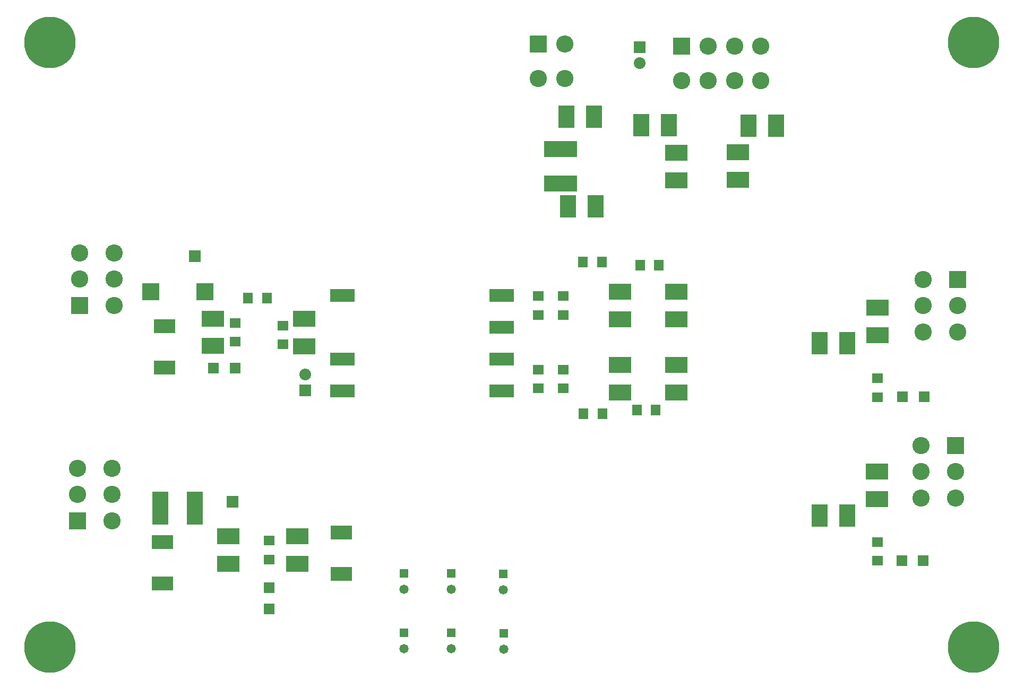
<source format=gts>
G04 Layer_Color=8388736*
%FSLAX44Y44*%
%MOMM*%
G71*
G01*
G75*
%ADD62R,3.4032X2.2032*%
%ADD63R,1.7272X1.7272*%
%ADD64R,2.7432X2.7432*%
%ADD65R,4.0132X2.1082*%
%ADD66R,5.3032X2.5032*%
%ADD67R,3.6032X2.5032*%
%ADD68R,1.7000X1.5000*%
%ADD69R,2.5032X5.3032*%
%ADD70R,1.7272X1.7272*%
%ADD71R,2.5032X3.6032*%
%ADD72R,1.5000X1.7000*%
%ADD73R,1.9812X1.9812*%
%ADD74C,1.4732*%
%ADD75R,1.4732X1.4732*%
%ADD76C,2.7432*%
%ADD77R,2.7432X2.7432*%
%ADD78R,1.8732X1.8732*%
%ADD79C,1.8732*%
%ADD80C,8.2000*%
D62*
X-1059400Y233440D02*
D03*
Y167360D02*
D03*
X-1341400Y496660D02*
D03*
Y562740D02*
D03*
X-1344400Y218440D02*
D03*
Y152360D02*
D03*
D63*
X-130110Y450400D02*
D03*
X-164400D02*
D03*
X-1263290Y496000D02*
D03*
X-1229000D02*
D03*
X-131110Y188400D02*
D03*
X-165400D02*
D03*
D64*
X-1276820Y618000D02*
D03*
X-1363180D02*
D03*
X-516400Y1009900D02*
D03*
X-745400Y1012900D02*
D03*
D65*
X-803400Y510300D02*
D03*
X-1057400Y459500D02*
D03*
X-803400Y611900D02*
D03*
X-1057400D02*
D03*
Y510300D02*
D03*
X-803400Y561100D02*
D03*
Y459500D02*
D03*
D66*
X-709400Y845400D02*
D03*
Y790400D02*
D03*
D67*
X-615400Y456700D02*
D03*
Y500700D02*
D03*
X-1239400Y227400D02*
D03*
Y183400D02*
D03*
X-1129400D02*
D03*
Y227400D02*
D03*
X-1264000Y531000D02*
D03*
Y575000D02*
D03*
X-205400Y330400D02*
D03*
Y286400D02*
D03*
X-204400Y548400D02*
D03*
Y592400D02*
D03*
X-1118400Y530700D02*
D03*
Y574700D02*
D03*
X-615400Y617700D02*
D03*
Y573700D02*
D03*
X-525400D02*
D03*
Y617700D02*
D03*
Y456700D02*
D03*
Y500700D02*
D03*
X-427400Y840400D02*
D03*
Y796400D02*
D03*
X-525400Y795400D02*
D03*
Y839400D02*
D03*
D68*
X-1229000Y538000D02*
D03*
Y568000D02*
D03*
X-1153000Y564000D02*
D03*
Y534000D02*
D03*
X-705400Y580700D02*
D03*
Y610700D02*
D03*
X-1174400Y220400D02*
D03*
Y190400D02*
D03*
X-204400Y188400D02*
D03*
Y218400D02*
D03*
Y479400D02*
D03*
Y449400D02*
D03*
X-745400Y580700D02*
D03*
Y610700D02*
D03*
Y493700D02*
D03*
Y463700D02*
D03*
X-705400Y493700D02*
D03*
Y463700D02*
D03*
D69*
X-1348000Y272000D02*
D03*
X-1293000D02*
D03*
D70*
X-1174400Y111110D02*
D03*
Y145400D02*
D03*
D71*
X-698000Y754000D02*
D03*
X-654000D02*
D03*
X-581000Y884000D02*
D03*
X-537000D02*
D03*
X-410000Y883000D02*
D03*
X-366000D02*
D03*
X-252400Y260400D02*
D03*
X-296400D02*
D03*
Y535400D02*
D03*
X-252400D02*
D03*
X-656800Y897000D02*
D03*
X-700800D02*
D03*
D72*
X-1208400Y607700D02*
D03*
X-1178400D02*
D03*
X-644000Y665000D02*
D03*
X-674000D02*
D03*
X-583000Y660000D02*
D03*
X-553000D02*
D03*
X-643000Y423000D02*
D03*
X-673000D02*
D03*
X-588000Y429000D02*
D03*
X-558000D02*
D03*
D73*
X-1233400Y282400D02*
D03*
X-1293400Y674700D02*
D03*
D74*
X-800000Y47300D02*
D03*
X-959400Y142700D02*
D03*
X-884400D02*
D03*
X-959400Y47700D02*
D03*
X-884400D02*
D03*
X-801000Y142300D02*
D03*
D75*
X-800000Y72700D02*
D03*
X-959400Y168100D02*
D03*
X-884400D02*
D03*
X-959400Y73100D02*
D03*
X-884400D02*
D03*
X-801000Y167700D02*
D03*
D76*
X-474400Y1009900D02*
D03*
X-432400D02*
D03*
X-390400D02*
D03*
X-516400Y954900D02*
D03*
X-474400D02*
D03*
X-432400D02*
D03*
X-390400D02*
D03*
X-134900Y372400D02*
D03*
Y330400D02*
D03*
X-79900D02*
D03*
Y288400D02*
D03*
X-134900D02*
D03*
X-703400Y957900D02*
D03*
X-745400D02*
D03*
X-703400Y1012900D02*
D03*
X-1421900Y679700D02*
D03*
X-1476900D02*
D03*
Y637700D02*
D03*
X-1421900D02*
D03*
Y595700D02*
D03*
X-1425300Y252200D02*
D03*
Y294200D02*
D03*
X-1480300D02*
D03*
Y336200D02*
D03*
X-1425300D02*
D03*
X-131900Y553400D02*
D03*
X-76900D02*
D03*
Y595400D02*
D03*
X-131900D02*
D03*
Y637400D02*
D03*
D77*
X-79900Y372400D02*
D03*
X-1476900Y595700D02*
D03*
X-1480300Y252200D02*
D03*
X-76900Y637400D02*
D03*
D78*
X-583400Y1008400D02*
D03*
X-1116800Y460700D02*
D03*
D79*
X-583400Y983000D02*
D03*
X-1116800Y486100D02*
D03*
D80*
X-50800Y50800D02*
D03*
Y1016000D02*
D03*
X-1524000D02*
D03*
Y50800D02*
D03*
M02*

</source>
